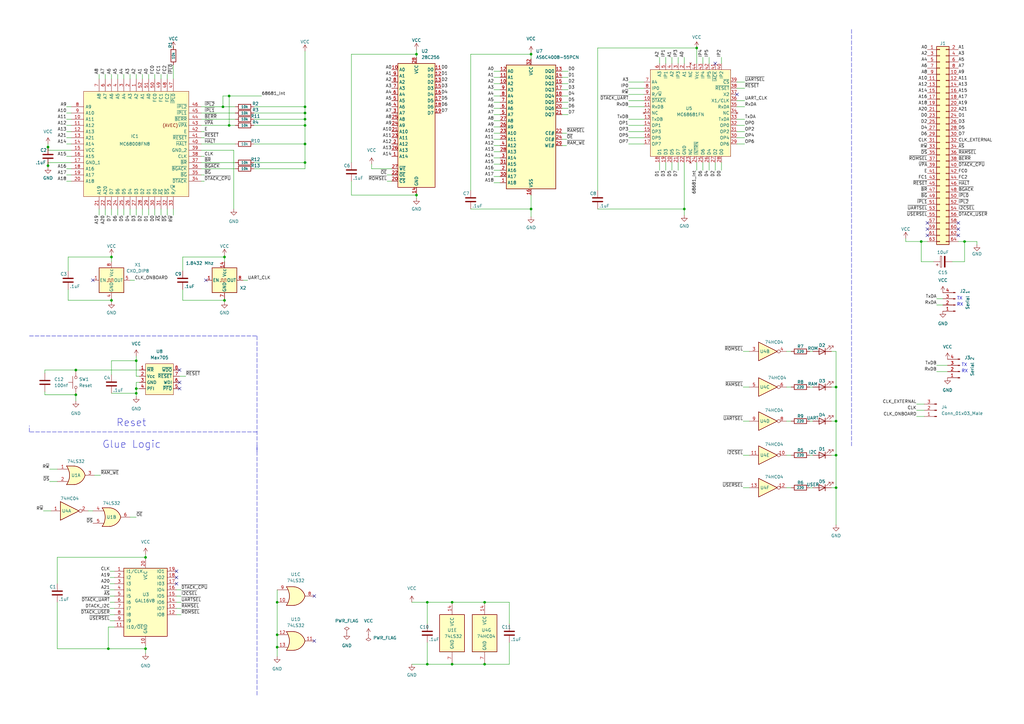
<source format=kicad_sch>
(kicad_sch (version 20211123) (generator eeschema)
  (paper "A3")
  (junction (at 125.095 66.675))
  (junction (at 125.095 59.055))
  (junction (at 92.075 105.41))
  (junction (at 170.815 22.225))
  (junction (at 55.88 161.29))
  (junction (at 217.805 22.225))
  (junction (at 93.98 39.37))
  (junction (at 342.9 200.025))
  (junction (at 125.095 48.895))
  (junction (at 31.115 161.925))
  (junction (at 198.755 272.415))
  (junction (at 55.88 147.955))
  (junction (at 377.825 99.06))
  (junction (at 113.665 260.35))
  (junction (at 91.44 43.815))
  (junction (at 113.665 247.015))
  (junction (at 217.805 85.725))
  (junction (at 185.42 272.415))
  (junction (at 175.26 247.015))
  (junction (at 31.115 151.765))
  (junction (at 55.88 159.385))
  (junction (at 125.095 43.815))
  (junction (at 93.98 51.435))
  (junction (at 19.685 67.945))
  (junction (at 342.9 158.75))
  (junction (at 170.815 80.01))
  (junction (at 342.9 186.69))
  (junction (at 395.605 99.06))
  (junction (at 92.075 123.19))
  (junction (at 125.095 51.435))
  (junction (at 45.72 105.41))
  (junction (at 198.755 247.015))
  (junction (at 175.26 272.415))
  (junction (at 45.72 123.19))
  (junction (at 285.75 19.685))
  (junction (at 280.67 85.725))
  (junction (at 342.9 172.72))
  (junction (at 19.685 60.325))
  (junction (at 59.69 228.6))
  (junction (at 44.45 266.065))
  (junction (at 185.42 247.015))
  (junction (at 113.665 265.43))
  (junction (at 125.095 46.355))
  (junction (at 59.69 266.065))
  (no_connect (at 380.365 91.44))
  (no_connect (at 128.905 262.89))
  (no_connect (at 72.39 234.315))
  (no_connect (at 72.39 236.855))
  (no_connect (at 72.39 239.395))
  (no_connect (at 128.905 244.475))
  (no_connect (at 38.1 114.935))
  (no_connect (at 302.26 38.735))
  (no_connect (at 293.37 26.035))
  (no_connect (at 73.66 159.385))
  (no_connect (at 73.66 151.765))
  (no_connect (at 393.065 91.44))
  (no_connect (at 393.065 93.98))
  (no_connect (at 393.065 96.52))
  (no_connect (at 380.365 96.52))
  (no_connect (at 380.365 93.98))
  (no_connect (at 84.455 114.935))
  (no_connect (at 73.66 156.845))
  (wire (pts (xy 92.075 123.825) (xy 92.075 123.19)))
  (wire (pts (xy 55.88 161.29) (xy 55.88 162.56)))
  (wire (pts (xy 18.415 160.655) (xy 18.415 161.925)))
  (wire (pts (xy 60.96 85.725) (xy 60.96 88.265)))
  (wire (pts (xy 302.26 41.275) (xy 305.435 41.275)))
  (wire (pts (xy 27.305 64.135) (xy 29.21 64.135)))
  (wire (pts (xy 202.565 62.23) (xy 205.105 62.23)))
  (wire (pts (xy 23.495 247.015) (xy 23.495 266.065)))
  (wire (pts (xy 395.605 99.06) (xy 400.685 99.06)))
  (wire (pts (xy 304.8 186.69) (xy 307.34 186.69)))
  (wire (pts (xy 104.14 43.815) (xy 125.095 43.815)))
  (wire (pts (xy 302.26 36.195) (xy 305.435 36.195)))
  (wire (pts (xy 18.415 151.765) (xy 18.415 153.035)))
  (wire (pts (xy 55.88 147.955) (xy 55.88 154.305)))
  (wire (pts (xy 74.93 118.745) (xy 74.93 123.19)))
  (wire (pts (xy 168.91 272.415) (xy 175.26 272.415)))
  (wire (pts (xy 27.94 111.125) (xy 27.94 105.41)))
  (wire (pts (xy 45.72 105.41) (xy 45.72 107.315)))
  (wire (pts (xy 202.565 54.61) (xy 205.105 54.61)))
  (wire (pts (xy 19.685 66.675) (xy 19.685 67.945)))
  (wire (pts (xy 302.26 59.055) (xy 305.435 59.055)))
  (wire (pts (xy 57.15 156.845) (xy 55.88 156.845)))
  (wire (pts (xy 377.825 99.06) (xy 380.365 99.06)))
  (wire (pts (xy 144.145 66.675) (xy 144.145 22.225)))
  (wire (pts (xy 55.88 159.385) (xy 57.15 159.385)))
  (wire (pts (xy 193.04 78.105) (xy 193.04 22.225)))
  (wire (pts (xy 29.21 66.675) (xy 19.685 66.675)))
  (wire (pts (xy 340.995 144.145) (xy 342.9 144.145)))
  (wire (pts (xy 104.14 46.355) (xy 125.095 46.355)))
  (wire (pts (xy 43.18 30.48) (xy 43.18 32.385)))
  (wire (pts (xy 27.305 69.215) (xy 29.21 69.215)))
  (wire (pts (xy 288.29 66.675) (xy 288.29 69.85)))
  (wire (pts (xy 393.065 99.06) (xy 395.605 99.06)))
  (wire (pts (xy 257.81 38.735) (xy 264.16 38.735)))
  (wire (pts (xy 125.095 66.675) (xy 125.095 69.215)))
  (wire (pts (xy 82.55 43.815) (xy 91.44 43.815)))
  (wire (pts (xy 72.39 247.015) (xy 74.295 247.015)))
  (wire (pts (xy 302.26 33.655) (xy 305.435 33.655)))
  (wire (pts (xy 44.45 266.065) (xy 59.69 266.065)))
  (wire (pts (xy 46.99 257.175) (xy 44.45 257.175)))
  (wire (pts (xy 20.32 192.405) (xy 23.495 192.405)))
  (polyline (pts (xy 12.065 137.795) (xy 105.41 137.795)))
  (wire (pts (xy 144.145 22.225) (xy 170.815 22.225)))
  (wire (pts (xy 304.8 144.145) (xy 307.34 144.145)))
  (wire (pts (xy 23.495 239.395) (xy 23.495 228.6)))
  (wire (pts (xy 27.94 105.41) (xy 45.72 105.41)))
  (wire (pts (xy 170.815 22.225) (xy 170.815 23.495)))
  (wire (pts (xy 304.8 158.75) (xy 307.34 158.75)))
  (wire (pts (xy 202.565 69.85) (xy 205.105 69.85)))
  (wire (pts (xy 45.085 244.475) (xy 46.99 244.475)))
  (wire (pts (xy 59.69 228.6) (xy 59.69 229.235)))
  (wire (pts (xy 50.8 85.725) (xy 50.8 88.265)))
  (wire (pts (xy 55.88 159.385) (xy 55.88 161.29)))
  (wire (pts (xy 257.81 33.655) (xy 264.16 33.655)))
  (wire (pts (xy 217.805 80.01) (xy 217.805 85.725)))
  (wire (pts (xy 158.75 71.755) (xy 160.655 71.755)))
  (wire (pts (xy 31.115 161.925) (xy 31.115 164.465)))
  (wire (pts (xy 17.78 209.55) (xy 20.955 209.55)))
  (wire (pts (xy 125.095 43.815) (xy 125.095 20.955)))
  (wire (pts (xy 29.21 61.595) (xy 19.685 61.595)))
  (wire (pts (xy 91.44 43.815) (xy 96.52 43.815)))
  (wire (pts (xy 45.72 147.955) (xy 55.88 147.955)))
  (wire (pts (xy 82.55 74.295) (xy 83.82 74.295)))
  (wire (pts (xy 55.88 85.725) (xy 55.88 88.265)))
  (wire (pts (xy 202.565 41.91) (xy 205.105 41.91)))
  (wire (pts (xy 322.58 186.69) (xy 324.485 186.69)))
  (wire (pts (xy 72.39 241.935) (xy 74.295 241.935)))
  (wire (pts (xy 202.565 46.99) (xy 205.105 46.99)))
  (wire (pts (xy 104.14 69.215) (xy 125.095 69.215)))
  (wire (pts (xy 270.51 23.495) (xy 270.51 26.035)))
  (wire (pts (xy 45.085 241.935) (xy 46.99 241.935)))
  (wire (pts (xy 95.885 85.725) (xy 95.885 61.595)))
  (wire (pts (xy 92.075 123.19) (xy 92.075 122.555)))
  (wire (pts (xy 45.72 161.29) (xy 55.88 161.29)))
  (wire (pts (xy 278.13 66.675) (xy 278.13 69.85)))
  (wire (pts (xy 31.115 151.765) (xy 18.415 151.765)))
  (wire (pts (xy 395.605 107.315) (xy 395.605 99.06)))
  (wire (pts (xy 57.15 154.305) (xy 55.88 154.305)))
  (wire (pts (xy 27.305 48.895) (xy 29.21 48.895)))
  (wire (pts (xy 144.145 74.295) (xy 144.145 80.01)))
  (wire (pts (xy 23.495 266.065) (xy 44.45 266.065)))
  (wire (pts (xy 230.505 57.15) (xy 232.41 57.15)))
  (wire (pts (xy 72.39 252.095) (xy 74.295 252.095)))
  (wire (pts (xy 20.32 197.485) (xy 23.495 197.485)))
  (wire (pts (xy 185.42 272.415) (xy 198.755 272.415)))
  (wire (pts (xy 23.495 228.6) (xy 59.69 228.6)))
  (wire (pts (xy 19.685 60.325) (xy 19.685 59.055)))
  (wire (pts (xy 293.37 66.675) (xy 293.37 69.85)))
  (wire (pts (xy 170.815 80.01) (xy 170.815 81.28)))
  (wire (pts (xy 53.34 85.725) (xy 53.34 88.265)))
  (wire (pts (xy 125.095 46.355) (xy 125.095 48.895)))
  (wire (pts (xy 93.98 39.37) (xy 93.98 51.435)))
  (wire (pts (xy 245.11 19.685) (xy 285.75 19.685)))
  (wire (pts (xy 257.81 56.515) (xy 264.16 56.515)))
  (wire (pts (xy 99.695 114.935) (xy 101.6 114.935)))
  (wire (pts (xy 202.565 74.93) (xy 205.105 74.93)))
  (wire (pts (xy 53.34 114.935) (xy 55.245 114.935)))
  (wire (pts (xy 19.685 67.945) (xy 19.685 68.58)))
  (wire (pts (xy 27.305 51.435) (xy 29.21 51.435)))
  (wire (pts (xy 384.175 152.4) (xy 388.62 152.4)))
  (wire (pts (xy 93.98 39.37) (xy 107.315 39.37)))
  (wire (pts (xy 384.175 149.86) (xy 388.62 149.86)))
  (wire (pts (xy 82.55 56.515) (xy 83.82 56.515)))
  (wire (pts (xy 230.505 41.91) (xy 233.045 41.91)))
  (wire (pts (xy 104.14 59.055) (xy 125.095 59.055)))
  (wire (pts (xy 45.72 123.19) (xy 45.72 123.825)))
  (wire (pts (xy 322.58 158.75) (xy 324.485 158.75)))
  (polyline (pts (xy 12.065 177.165) (xy 12.065 174.625)))
  (wire (pts (xy 27.305 59.055) (xy 29.21 59.055)))
  (wire (pts (xy 278.13 23.495) (xy 278.13 26.035)))
  (wire (pts (xy 113.665 260.35) (xy 113.665 265.43)))
  (wire (pts (xy 91.44 39.37) (xy 93.98 39.37)))
  (wire (pts (xy 45.085 247.015) (xy 46.99 247.015)))
  (wire (pts (xy 58.42 30.48) (xy 58.42 32.385)))
  (wire (pts (xy 257.81 59.055) (xy 264.16 59.055)))
  (wire (pts (xy 340.995 158.75) (xy 342.9 158.75)))
  (wire (pts (xy 280.67 23.495) (xy 280.67 26.035)))
  (wire (pts (xy 71.12 19.685) (xy 71.12 19.05)))
  (wire (pts (xy 152.4 69.215) (xy 152.4 67.31)))
  (wire (pts (xy 45.72 122.555) (xy 45.72 123.19)))
  (wire (pts (xy 342.9 186.69) (xy 342.9 200.025)))
  (wire (pts (xy 40.64 30.48) (xy 40.64 32.385)))
  (wire (pts (xy 302.26 56.515) (xy 305.435 56.515)))
  (wire (pts (xy 375.92 165.735) (xy 379.095 165.735)))
  (wire (pts (xy 43.18 85.725) (xy 43.18 88.265)))
  (wire (pts (xy 290.83 23.495) (xy 290.83 26.035)))
  (wire (pts (xy 332.105 200.025) (xy 333.375 200.025)))
  (wire (pts (xy 73.66 154.305) (xy 76.2 154.305)))
  (wire (pts (xy 59.69 227.33) (xy 59.69 228.6)))
  (wire (pts (xy 74.93 105.41) (xy 92.075 105.41)))
  (wire (pts (xy 58.42 85.725) (xy 58.42 88.265)))
  (wire (pts (xy 72.39 244.475) (xy 74.295 244.475)))
  (wire (pts (xy 230.505 29.21) (xy 233.045 29.21)))
  (wire (pts (xy 71.12 26.67) (xy 71.12 32.385)))
  (wire (pts (xy 48.26 85.725) (xy 48.26 88.265)))
  (wire (pts (xy 202.565 67.31) (xy 205.105 67.31)))
  (wire (pts (xy 68.58 30.48) (xy 68.58 32.385)))
  (wire (pts (xy 125.095 59.055) (xy 125.095 51.435)))
  (wire (pts (xy 74.93 123.19) (xy 92.075 123.19)))
  (wire (pts (xy 295.91 66.675) (xy 295.91 69.85)))
  (wire (pts (xy 302.26 53.975) (xy 305.435 53.975)))
  (wire (pts (xy 198.755 247.015) (xy 208.915 247.015)))
  (wire (pts (xy 230.505 31.75) (xy 233.045 31.75)))
  (wire (pts (xy 27.305 71.755) (xy 29.21 71.755)))
  (wire (pts (xy 170.815 20.32) (xy 170.815 22.225)))
  (wire (pts (xy 202.565 72.39) (xy 205.105 72.39)))
  (wire (pts (xy 342.9 172.72) (xy 342.9 186.69)))
  (wire (pts (xy 72.39 249.555) (xy 74.295 249.555)))
  (wire (pts (xy 257.81 43.815) (xy 264.16 43.815)))
  (wire (pts (xy 342.9 144.145) (xy 342.9 158.75)))
  (wire (pts (xy 322.58 200.025) (xy 324.485 200.025)))
  (wire (pts (xy 217.805 22.225) (xy 217.805 24.13)))
  (wire (pts (xy 113.665 241.935) (xy 113.665 247.015)))
  (wire (pts (xy 285.75 19.685) (xy 285.75 26.035)))
  (wire (pts (xy 202.565 36.83) (xy 205.105 36.83)))
  (polyline (pts (xy 105.41 177.165) (xy 12.065 177.165)))
  (wire (pts (xy 193.04 85.725) (xy 217.805 85.725)))
  (wire (pts (xy 202.565 44.45) (xy 205.105 44.45)))
  (wire (pts (xy 27.94 118.745) (xy 27.94 123.19)))
  (polyline (pts (xy 105.41 137.795) (xy 105.41 185.42)))
  (wire (pts (xy 175.26 263.525) (xy 175.26 272.415)))
  (wire (pts (xy 82.55 69.215) (xy 96.52 69.215)))
  (wire (pts (xy 59.69 266.065) (xy 59.69 264.795)))
  (wire (pts (xy 175.26 247.015) (xy 185.42 247.015)))
  (wire (pts (xy 198.755 272.415) (xy 208.915 272.415)))
  (wire (pts (xy 27.305 53.975) (xy 29.21 53.975)))
  (wire (pts (xy 202.565 57.15) (xy 205.105 57.15)))
  (wire (pts (xy 175.26 247.015) (xy 175.26 255.905)))
  (wire (pts (xy 125.095 48.895) (xy 125.095 51.435)))
  (wire (pts (xy 382.905 107.315) (xy 377.825 107.315)))
  (wire (pts (xy 230.505 54.61) (xy 232.41 54.61)))
  (wire (pts (xy 202.565 59.69) (xy 205.105 59.69)))
  (wire (pts (xy 45.72 153.67) (xy 45.72 147.955)))
  (wire (pts (xy 245.11 85.725) (xy 280.67 85.725)))
  (wire (pts (xy 71.12 85.725) (xy 71.12 88.265)))
  (wire (pts (xy 55.88 156.845) (xy 55.88 159.385)))
  (wire (pts (xy 19.685 61.595) (xy 19.685 60.325)))
  (polyline (pts (xy 349.25 12.065) (xy 349.25 182.88)))
  (wire (pts (xy 390.525 107.315) (xy 395.605 107.315)))
  (wire (pts (xy 63.5 85.725) (xy 63.5 88.265)))
  (wire (pts (xy 45.085 249.555) (xy 46.99 249.555)))
  (wire (pts (xy 202.565 31.75) (xy 205.105 31.75)))
  (wire (pts (xy 38.735 194.945) (xy 41.275 194.945)))
  (wire (pts (xy 217.805 21.59) (xy 217.805 22.225)))
  (wire (pts (xy 82.55 48.895) (xy 96.52 48.895)))
  (wire (pts (xy 92.075 105.41) (xy 92.075 107.315)))
  (wire (pts (xy 257.81 36.195) (xy 264.16 36.195)))
  (wire (pts (xy 202.565 39.37) (xy 205.105 39.37)))
  (wire (pts (xy 302.26 43.815) (xy 305.435 43.815)))
  (wire (pts (xy 60.96 30.48) (xy 60.96 32.385)))
  (wire (pts (xy 322.58 144.145) (xy 324.485 144.145)))
  (wire (pts (xy 280.67 85.725) (xy 280.67 88.265)))
  (wire (pts (xy 53.34 30.48) (xy 53.34 32.385)))
  (wire (pts (xy 270.51 66.675) (xy 270.51 69.85)))
  (wire (pts (xy 257.81 51.435) (xy 264.16 51.435)))
  (wire (pts (xy 27.305 74.295) (xy 29.21 74.295)))
  (wire (pts (xy 322.58 172.72) (xy 324.485 172.72)))
  (polyline (pts (xy 105.41 182.88) (xy 105.41 285.115)))
  (wire (pts (xy 288.29 23.495) (xy 288.29 26.035)))
  (wire (pts (xy 113.665 265.43) (xy 113.665 269.24)))
  (wire (pts (xy 290.83 66.675) (xy 290.83 69.85)))
  (wire (pts (xy 202.565 29.21) (xy 205.105 29.21)))
  (wire (pts (xy 280.67 66.675) (xy 280.67 85.725)))
  (wire (pts (xy 342.9 200.025) (xy 342.9 215.265)))
  (wire (pts (xy 144.145 80.01) (xy 170.815 80.01)))
  (wire (pts (xy 82.55 51.435) (xy 93.98 51.435)))
  (wire (pts (xy 208.915 263.525) (xy 208.915 272.415)))
  (wire (pts (xy 45.085 236.855) (xy 46.99 236.855)))
  (wire (pts (xy 44.45 257.175) (xy 44.45 266.065)))
  (wire (pts (xy 45.085 252.095) (xy 46.99 252.095)))
  (wire (pts (xy 302.26 51.435) (xy 305.435 51.435)))
  (wire (pts (xy 45.72 85.725) (xy 45.72 88.265)))
  (wire (pts (xy 82.55 66.675) (xy 96.52 66.675)))
  (wire (pts (xy 82.55 64.135) (xy 83.82 64.135)))
  (wire (pts (xy 304.8 172.72) (xy 307.34 172.72)))
  (wire (pts (xy 66.04 30.48) (xy 66.04 32.385)))
  (wire (pts (xy 74.93 111.125) (xy 74.93 105.41)))
  (wire (pts (xy 45.085 234.315) (xy 46.99 234.315)))
  (wire (pts (xy 371.475 99.06) (xy 377.825 99.06)))
  (wire (pts (xy 45.085 254.635) (xy 46.99 254.635)))
  (wire (pts (xy 27.305 56.515) (xy 29.21 56.515)))
  (wire (pts (xy 168.91 247.015) (xy 175.26 247.015)))
  (wire (pts (xy 55.88 146.05) (xy 55.88 147.955)))
  (wire (pts (xy 384.175 122.555) (xy 386.715 122.555)))
  (wire (pts (xy 217.805 85.725) (xy 217.805 88.9)))
  (wire (pts (xy 68.58 85.725) (xy 68.58 88.265)))
  (wire (pts (xy 332.105 158.75) (xy 333.375 158.75)))
  (wire (pts (xy 371.475 99.06) (xy 371.475 97.79)))
  (wire (pts (xy 59.69 266.065) (xy 59.69 267.97)))
  (wire (pts (xy 377.825 107.315) (xy 377.825 99.06)))
  (wire (pts (xy 340.995 172.72) (xy 342.9 172.72)))
  (wire (pts (xy 332.105 172.72) (xy 333.375 172.72)))
  (wire (pts (xy 340.995 200.025) (xy 342.9 200.025)))
  (wire (pts (xy 202.565 34.29) (xy 205.105 34.29)))
  (wire (pts (xy 36.195 209.55) (xy 38.1 209.55)))
  (wire (pts (xy 170.815 79.375) (xy 170.815 80.01)))
  (wire (pts (xy 125.095 59.055) (xy 125.095 66.675)))
  (wire (pts (xy 40.64 85.725) (xy 40.64 88.265)))
  (wire (pts (xy 257.81 53.975) (xy 264.16 53.975)))
  (wire (pts (xy 230.505 36.83) (xy 233.045 36.83)))
  (wire (pts (xy 340.995 186.69) (xy 342.9 186.69)))
  (wire (pts (xy 273.05 23.495) (xy 273.05 26.035)))
  (wire (pts (xy 230.505 59.69) (xy 232.41 59.69)))
  (wire (pts (xy 342.9 158.75) (xy 342.9 172.72)))
  (wire (pts (xy 202.565 49.53) (xy 205.105 49.53)))
  (wire (pts (xy 230.505 46.99) (xy 233.045 46.99)))
  (wire (pts (xy 113.665 247.015) (xy 113.665 260.35)))
  (wire (pts (xy 160.655 69.215) (xy 152.4 69.215)))
  (wire (pts (xy 93.98 51.435) (xy 96.52 51.435)))
  (wire (pts (xy 208.915 255.905) (xy 208.915 247.015)))
  (wire (pts (xy 82.55 61.595) (xy 95.885 61.595)))
  (wire (pts (xy 193.04 22.225) (xy 217.805 22.225)))
  (wire (pts (xy 295.91 23.495) (xy 295.91 26.035)))
  (wire (pts (xy 92.075 104.775) (xy 92.075 105.41)))
  (wire (pts (xy 48.26 30.48) (xy 48.26 32.385)))
  (wire (pts (xy 91.44 43.815) (xy 91.44 39.37)))
  (wire (pts (xy 82.55 71.755) (xy 83.82 71.755)))
  (wire (pts (xy 50.8 30.48) (xy 50.8 32.385)))
  (wire (pts (xy 104.14 66.675) (xy 125.095 66.675)))
  (wire (pts (xy 332.105 144.145) (xy 333.375 144.145)))
  (wire (pts (xy 175.26 272.415) (xy 185.42 272.415)))
  (wire (pts (xy 375.92 168.275) (xy 379.095 168.275)))
  (wire (pts (xy 230.505 39.37) (xy 233.045 39.37)))
  (wire (pts (xy 275.59 66.675) (xy 275.59 69.85)))
  (wire (pts (xy 230.505 44.45) (xy 233.045 44.45)))
  (wire (pts (xy 375.92 170.815) (xy 379.095 170.815)))
  (wire (pts (xy 285.75 66.675) (xy 285.75 69.85)))
  (wire (pts (xy 27.305 46.355) (xy 29.21 46.355)))
  (wire (pts (xy 185.42 247.015) (xy 198.755 247.015)))
  (wire (pts (xy 332.105 186.69) (xy 333.375 186.69)))
  (wire (pts (xy 82.55 53.975) (xy 83.82 53.975)))
  (wire (pts (xy 230.505 34.29) (xy 233.045 34.29)))
  (wire (pts (xy 63.5 30.48) (xy 63.5 32.385)))
  (wire (pts (xy 31.115 151.765) (xy 57.15 151.765)))
  (wire (pts (xy 53.34 212.09) (xy 55.88 212.09)))
  (wire (pts (xy 104.14 51.435) (xy 125.095 51.435)))
  (wire (pts (xy 45.085 239.395) (xy 46.99 239.395)))
  (wire (pts (xy 257.81 41.275) (xy 264.16 41.275)))
  (wire (pts (xy 104.14 48.895) (xy 125.095 48.895)))
  (wire (pts (xy 202.565 64.77) (xy 205.105 64.77)))
  (wire (pts (xy 245.11 78.105) (xy 245.11 19.685)))
  (wire (pts (xy 18.415 161.925) (xy 31.115 161.925)))
  (wire (pts (xy 45.72 30.48) (xy 45.72 32.385)))
  (wire (pts (xy 45.72 104.775) (xy 45.72 105.41)))
  (wire (pts (xy 125.095 46.355) (xy 125.095 43.815)))
  (wire (pts (xy 400.685 99.06) (xy 400.685 100.33)))
  (wire (pts (xy 55.88 30.48) (xy 55.88 32.385)))
  (wire (pts (xy 273.05 66.675) (xy 273.05 69.85)))
  (wire (pts (xy 82.55 46.355) (xy 96.52 46.355)))
  (wire (pts (xy 257.81 48.895) (xy 264.16 48.895)))
  (wire (pts (xy 302.26 48.895) (xy 305.435 48.895)))
  (wire (pts (xy 275.59 23.495) (xy 275.59 26.035)))
  (wire (pts (xy 27.94 123.19) (xy 45.72 123.19)))
  (wire (pts (xy 27.305 43.815) (xy 29.21 43.815)))
  (wire (pts (xy 82.55 59.055) (xy 96.52 59.055)))
  (wire (pts (xy 304.8 200.025) (xy 307.34 200.025)))
  (wire (pts (xy 66.04 85.725) (xy 66.04 88.265)))
  (wire (pts (xy 384.175 125.095) (xy 386.715 125.095)))
  (wire (pts (xy 158.75 74.295) (xy 160.655 74.295)))
  (wire (pts (xy 202.565 52.07) (xy 205.105 52.07)))
  (text "TX" (at 392.43 123.19 0) (effects (font (size 1.27 1.27)) (justify left bottom)))
  (text "RX" (at 394.335 153.035 0) (effects (font (size 1.27 1.27)) (justify left bottom)))
  (text "RX" (at 392.43 125.73 0) (effects (font (size 1.27 1.27)) (justify left bottom)))
  (text "Glue Logic" (at 41.91 184.15 0) (effects (font (size 3 3)) (justify left bottom)))
  (text "Reset" (at 47.625 175.26 0) (effects (font (size 3 3)) (justify left bottom)))
  (text "TX" (at 394.335 150.495 0) (effects (font (size 1.27 1.27)) (justify left bottom)))
  (label "A0" (at 60.96 30.48 90))
  (label "CLK" (at 380.365 58.42 180))
  (label "DTACK_I2C" (at 45.085 249.555 180))
  (label "D3" (at 55.88 88.265 270))
  (label "~{AS}" (at 45.085 244.475 180))
  (label "D6" (at 288.29 69.85 270))
  (label "A5" (at 202.565 41.91 180))
  (label "D3" (at 393.065 50.8 0))
  (label "~{RESET}" (at 380.365 76.2 180))
  (label "~{ROMSEL}" (at 380.365 66.04 180))
  (label "A13" (at 27.305 53.975 180))
  (label "~{DS}" (at 20.32 197.485 180))
  (label "FC2" (at 68.58 30.48 90))
  (label "~{I2CSEL}" (at 74.295 244.475 0))
  (label "~{DTACK_UART}" (at 257.81 41.275 180))
  (label "D6" (at 180.975 43.815 0))
  (label "~{IPL1}" (at 83.82 46.355 0))
  (label "CLK_EXTERNAL" (at 375.92 165.735 180))
  (label "D7" (at 233.045 46.99 0))
  (label "A12" (at 27.305 51.435 180))
  (label "~{ROMSEL}" (at 304.8 144.145 180))
  (label "OP5" (at 257.81 56.515 180))
  (label "D1" (at 180.975 31.115 0))
  (label "~{RAMSEL}" (at 393.065 63.5 0))
  (label "R~{W}" (at 17.78 209.55 180))
  (label "A0" (at 202.565 29.21 180))
  (label "CLK" (at 375.92 168.275 180))
  (label "IP1" (at 273.05 23.495 90))
  (label "TxDB" (at 257.81 48.895 180))
  (label "~{RAMSEL}" (at 304.8 158.75 180))
  (label "D6" (at 233.045 44.45 0))
  (label "A17" (at 202.565 72.39 180))
  (label "CLK" (at 45.085 234.315 180))
  (label "A6" (at 45.72 30.48 90))
  (label "A10" (at 160.655 53.975 180))
  (label "~{DTACK_CPU}" (at 83.82 74.295 0))
  (label "IP2" (at 295.91 23.495 90))
  (label "A17" (at 393.065 40.64 0))
  (label "FC0" (at 393.065 71.12 0))
  (label "A11" (at 202.565 57.15 180))
  (label "FC2" (at 393.065 73.66 0))
  (label "A3" (at 160.655 36.195 180))
  (label "OP0" (at 305.435 51.435 0))
  (label "A2" (at 55.88 30.48 90))
  (label "A15" (at 27.305 64.135 180))
  (label "~{UARTSEL}" (at 305.435 33.655 0))
  (label "RxDA" (at 384.175 125.095 180))
  (label "A3" (at 202.565 36.83 180))
  (label "68681_Int" (at 107.315 39.37 0))
  (label "D1" (at 393.065 48.26 0))
  (label "A6" (at 202.565 44.45 180))
  (label "IP5" (at 290.83 23.495 90))
  (label "A15" (at 393.065 38.1 0))
  (label "A1" (at 393.065 20.32 0))
  (label "~{USERSEL}" (at 304.8 200.025 180))
  (label "D1" (at 270.51 69.85 270))
  (label "A20" (at 43.18 88.265 270))
  (label "A20" (at 380.365 45.72 180))
  (label "A1" (at 160.655 31.115 180))
  (label "~{DS}" (at 38.1 214.63 180))
  (label "A21" (at 27.305 56.515 180))
  (label "FC0" (at 63.5 30.48 90))
  (label "~{IPL1}" (at 380.365 83.82 180))
  (label "~{RESET}" (at 83.82 56.515 0))
  (label "A12" (at 380.365 35.56 180))
  (label "A16" (at 380.365 40.64 180))
  (label "~{USERSEL}" (at 380.365 88.9 180))
  (label "A10" (at 27.305 46.355 180))
  (label "A6" (at 160.655 43.815 180))
  (label "D0" (at 233.045 29.21 0))
  (label "D3" (at 233.045 36.83 0))
  (label "D5" (at 275.59 69.85 270))
  (label "~{HALT}" (at 393.065 76.2 0))
  (label "A17" (at 27.305 71.755 180))
  (label "OP1" (at 257.81 51.435 180))
  (label "D2" (at 293.37 69.85 270))
  (label "D5" (at 50.8 88.265 270))
  (label "~{IPL2}" (at 83.82 43.815 0))
  (label "A11" (at 27.305 48.895 180))
  (label "A3" (at 257.81 33.655 180))
  (label "D5" (at 180.975 41.275 0))
  (label "~{UARTSEL}" (at 74.295 247.015 0))
  (label "~{DTACK_CPU}" (at 393.065 68.58 0))
  (label "D4" (at 380.365 53.34 180))
  (label "OP3" (at 257.81 53.975 180))
  (label "A4" (at 380.365 25.4 180))
  (label "A19" (at 45.085 236.855 180))
  (label "A8" (at 380.365 30.48 180))
  (label "A6" (at 380.365 27.94 180))
  (label "~{BR}" (at 380.365 78.74 180))
  (label "~{DTACK_CPU}" (at 74.295 241.935 0))
  (label "A10" (at 380.365 33.02 180))
  (label "~{BG}" (at 380.365 81.28 180))
  (label "D4" (at 180.975 38.735 0))
  (label "~{BERR}" (at 83.82 48.895 0))
  (label "D2" (at 233.045 34.29 0))
  (label "~{DTACK_USER}" (at 45.085 252.095 180))
  (label "A2" (at 380.365 22.86 180))
  (label "CLK_EXTERNAL" (at 393.065 58.42 0))
  (label "A7" (at 160.655 46.355 180))
  (label "~{UARTSEL}" (at 304.8 172.72 180))
  (label "D7" (at 45.72 88.265 270))
  (label "A8" (at 40.64 30.48 90))
  (label "~{AS}" (at 66.04 88.265 270))
  (label "OP7" (at 257.81 59.055 180))
  (label "A16" (at 27.305 69.215 180))
  (label "A20" (at 45.085 239.395 180))
  (label "D2" (at 380.365 50.8 180))
  (label "~{I2CSEL}" (at 393.065 86.36 0))
  (label "~{RESET}" (at 305.435 36.195 0))
  (label "~{BERR}" (at 393.065 66.04 0))
  (label "A5" (at 393.065 25.4 0))
  (label "~{BG}" (at 83.82 71.755 0))
  (label "A21" (at 45.085 241.935 180))
  (label "A4" (at 160.655 38.735 180))
  (label "RxDB" (at 384.175 152.4 180))
  (label "A9" (at 27.305 43.815 180))
  (label "A13" (at 160.655 61.595 180))
  (label "A5" (at 160.655 41.275 180))
  (label "D3" (at 273.05 69.85 270))
  (label "D0" (at 380.365 48.26 180))
  (label "A8" (at 202.565 49.53 180))
  (label "~{OE}" (at 158.75 71.755 180))
  (label "~{BGACK}" (at 393.065 78.74 0))
  (label "A4" (at 202.565 39.37 180))
  (label "UART_CLK" (at 101.6 114.935 0))
  (label "D1" (at 60.96 88.265 270))
  (label "TxDB" (at 384.175 149.86 180))
  (label "~{HALT}" (at 83.82 59.055 0))
  (label "A7" (at 393.065 27.94 0))
  (label "~{UARTSEL}" (at 380.365 86.36 180))
  (label "CLK_ONBOARD" (at 375.92 170.815 180))
  (label "IP4" (at 288.29 23.495 90))
  (label "A12" (at 160.655 59.055 180))
  (label "A9" (at 202.565 52.07 180))
  (label "~{DTACK_USER}" (at 393.065 88.9 0))
  (label "A3" (at 393.065 22.86 0))
  (label "TxDA" (at 384.175 122.555 180))
  (label "RxDA" (at 305.435 43.815 0))
  (label "OP6" (at 305.435 59.055 0))
  (label "D3" (at 180.975 36.195 0))
  (label "A14" (at 160.655 64.135 180))
  (label "~{ROMSEL}" (at 158.75 74.295 180))
  (label "D1" (at 233.045 31.75 0))
  (label "CLK" (at 83.82 64.135 0))
  (label "TxDA" (at 305.435 48.895 0))
  (label "A4" (at 50.8 30.48 90))
  (label "A18" (at 27.305 74.295 180))
  (label "D4" (at 290.83 69.85 270))
  (label "~{VPA}" (at 380.365 68.58 180))
  (label "A0" (at 280.67 23.495 90))
  (label "68681_Int" (at 285.75 69.85 270))
  (label "~{USERSEL}" (at 45.085 254.635 180))
  (label "OP4" (at 305.435 56.515 0))
  (label "D5" (at 393.065 53.34 0))
  (label "A3" (at 53.34 30.48 90))
  (label "~{DTACK_UART}" (at 45.085 247.015 180))
  (label "~{BR}" (at 83.82 66.675 0))
  (label "~{ROMSEL}" (at 74.295 252.095 0))
  (label "A19" (at 393.065 43.18 0))
  (label "A18" (at 380.365 43.18 180))
  (label "~{IPL2}" (at 393.065 83.82 0))
  (label "D6" (at 380.365 55.88 180))
  (label "R~{W}" (at 20.32 192.405 180))
  (label "A9" (at 160.655 51.435 180))
  (label "~{BGACK}" (at 83.82 69.215 0))
  (label "~{VPA}" (at 83.82 51.435 0))
  (label "D0" (at 180.975 28.575 0))
  (label "~{OE}" (at 232.41 57.15 0))
  (label "~{RAM_WE}" (at 41.275 194.945 0))
  (label "A2" (at 202.565 34.29 180))
  (label "A21" (at 393.065 45.72 0))
  (label "A14" (at 380.365 38.1 180))
  (label "A8" (at 160.655 48.895 180))
  (label "~{AS}" (at 393.065 60.96 0))
  (label "CLK_ONBOARD" (at 55.245 114.935 0))
  (label "A5" (at 48.26 30.48 90))
  (label "FC1" (at 66.04 30.48 90))
  (label "A14" (at 27.305 59.055 180))
  (label "A11" (at 160.655 56.515 180))
  (label "A0" (at 160.655 28.575 180))
  (label "A11" (at 393.065 33.02 0))
  (label "RxDB" (at 257.81 43.815 180))
  (label "~{IPL0}" (at 393.065 81.28 0))
  (label "A13" (at 393.065 35.56 0))
  (label "A15" (at 202.565 67.31 180))
  (label "~{OE}" (at 55.88 212.09 0))
  (label "~{IPL0}" (at 71.12 30.48 90))
  (label "~{RAMSEL}" (at 74.295 249.555 0))
  (label "~{RAMSEL}" (at 232.41 54.61 0))
  (label "~{DS}" (at 380.365 63.5 180))
  (label "A1" (at 275.59 23.495 90))
  (label "D4" (at 233.045 39.37 0))
  (label "A13" (at 202.565 62.23 180))
  (label "D2" (at 180.975 33.655 0))
  (label "R~{W}" (at 380.365 60.96 180))
  (label "D7" (at 180.975 46.355 0))
  (label "R~{W}" (at 257.81 38.735 180))
  (label "UART_CLK" (at 305.435 41.275 0))
  (label "D0" (at 295.91 69.85 270))
  (label "A14" (at 202.565 64.77 180))
  (label "A0" (at 380.365 20.32 180))
  (label "A12" (at 202.565 59.69 180))
  (label "A16" (at 202.565 69.85 180))
  (label "A2" (at 160.655 33.655 180))
  (label "IP0" (at 257.81 36.195 180))
  (label "D2" (at 58.42 88.265 270))
  (label "A1" (at 202.565 31.75 180))
  (label "A18" (at 202.565 74.93 180))
  (label "A1" (at 58.42 30.48 90))
  (label "A10" (at 202.565 54.61 180))
  (label "IP3" (at 278.13 23.495 90))
  (label "A7" (at 202.565 46.99 180))
  (label "D5" (at 233.045 41.91 0))
  (label "~{RAM_WE}" (at 232.41 59.69 0))
  (label "D7" (at 393.065 55.88 0))
  (label "D0" (at 63.5 88.265 270))
  (label "A19" (at 40.64 88.265 270))
  (label "~{RESET}" (at 76.2 154.305 0))
  (label "OP2" (at 305.435 53.975 0))
  (label "FC1" (at 380.365 73.66 180))
  (label "D7" (at 278.13 69.85 270))
  (label "R~{W}" (at 71.12 88.265 270))
  (label "D6" (at 48.26 88.265 270))
  (label "A9" (at 393.065 30.48 0))
  (label "~{DS}" (at 68.58 88.265 270))
  (label "E" (at 83.82 53.975 0))
  (label "~{I2CSEL}" (at 304.8 186.69 180))
  (label "A7" (at 43.18 30.48 90))
  (label "E" (at 380.365 71.12 180))
  (label "D4" (at 53.34 88.265 270))
  (label "A2" (at 270.51 23.495 90))
  (symbol (lib_id "power:GND") (at 342.9 215.265 0) (unit 1)
    (property "Reference" "#PWR042" (effects hide))
    (property "Value" "GND" (at 342.9 219.71 0))
  )
  (symbol (lib_id "power:VCC") (at 19.685 59.055 0) (unit 1)
    (property "Reference" "#PWR02" (effects hide))
    (property "Value" "VCC" (at 19.685 53.975 0))
  )
  (symbol (lib_id "Device:LED") (at 337.185 144.145 180) (unit 1)
    (property "Reference" "D2" (at 337.185 141.605 0))
    (property "Value" "ROM" (at 333.375 142.875 0))
    (property "Footprint" "LED_SMD:LED_1206_3216Metric" (effects hide))
  )
  (symbol (lib_id "power:PWR_FLAG") (at 142.24 259.715 0) (unit 1)
    (property "Reference" "#FLG01" (effects hide))
    (property "Value" "PWR_FLAG" (at 142.24 254.635 0))
  )
  (symbol (lib_id "Switch:SW_Push") (at 31.115 156.845 90) (unit 1)
    (property "Reference" "SW1" (at 32.385 155.5749 90) (effects (justify right)))
    (property "Value" "Reset" (at 32.385 158.1149 90) (effects (justify right)))
    (property "Footprint" "Button_Switch_THT:SW_PUSH_6mm" (effects hide))
  )
  (symbol (lib_id "Device:C") (at 74.93 114.935 0) (unit 1)
    (property "Reference" "C9" (at 71.755 112.395 0) (effects (justify left)))
    (property "Value" ".1uF" (at 75.565 117.475 0) (effects (justify left)))
    (property "Footprint" "Capacitor_SMD:C_0603_1608Metric" (effects hide))
  )
  (symbol (lib_id "Device:R") (at 328.295 200.025 90) (unit 1)
    (property "Reference" "R6" (at 328.295 197.993 90))
    (property "Value" "220" (at 328.295 200.025 90) (effects (font (size 1 1))))
    (property "Footprint" "Resistor_SMD:R_0603_1608Metric" (effects hide))
  )
  (symbol (lib_id "power:VCC") (at 125.095 20.955 0) (unit 1)
    (property "Reference" "#PWR043" (effects hide))
    (property "Value" "VCC" (at 125.095 17.145 0))
  )
  (symbol (lib_id "power:VCC") (at 151.13 260.35 0) (unit 1)
    (property "Reference" "#PWR04" (effects hide))
    (property "Value" "VCC" (at 151.13 254.635 0))
  )
  (symbol (lib_id "Device:R") (at 100.33 46.355 270) (unit 1)
    (property "Reference" "R3" (at 104.775 45.085 90))
    (property "Value" "10k" (at 100.33 46.355 90) (effects (font (size 1 1))))
    (property "Footprint" "Resistor_SMD:R_0603_1608Metric" (effects hide))
  )
  (symbol (lib_id "Oscillator:CXO_DIP14") (at 92.075 114.935 0) (unit 1)
    (property "Reference" "X2" (at 99.695 118.11 0))
    (property "Value" "1.8432 Mhz" (at 81.915 107.95 0))
    (property "Footprint" "Oscillator:Oscillator_DIP-14" (effects hide))
    (property "Datasheet" "http://cdn-reichelt.de/documents/datenblatt/B400/OSZI.pdf" (effects hide))
  )
  (symbol (lib_id "Device:R") (at 100.33 66.675 270) (unit 1)
    (property "Reference" "R12" (at 104.775 65.405 90))
    (property "Value" "10k" (at 100.33 66.675 90) (effects (font (size 1 1))))
    (property "Footprint" "Resistor_SMD:R_0603_1608Metric" (effects hide))
  )
  (symbol (lib_id "Device:LED") (at 337.185 158.75 180) (unit 1)
    (property "Reference" "D3" (at 337.185 156.21 0))
    (property "Value" "RAM" (at 333.375 157.48 0))
    (property "Footprint" "LED_SMD:LED_1206_3216Metric" (effects hide))
  )
  (symbol (lib_id "Connector:Conn_01x04_Male") (at 393.7 152.4 180) (unit 1)
    (property "Reference" "J3" (at 395.605 146.685 0) (effects (justify right)))
    (property "Value" "Serial 2" (at 398.78 154.305 90) (effects (justify right)))
    (property "Footprint" "Connector_PinHeader_2.54mm:PinHeader_1x04_P2.54mm_Vertical" (effects hide))
  )
  (symbol (lib_id "Device:R") (at 100.33 48.895 270) (unit 1)
    (property "Reference" "R11" (at 104.775 47.625 90))
    (property "Value" "10k" (at 100.33 48.895 90) (effects (font (size 1 1))))
    (property "Footprint" "Resistor_SMD:R_0603_1608Metric" (effects hide))
  )
  (symbol (lib_id "Memory_RAM:AS6C4008-55PCN") (at 217.805 52.07 0) (unit 1)
    (property "Reference" "U7" (at 219.8244 20.955 0) (effects (justify left)))
    (property "Value" "AS6C4008-55PCN" (at 219.8244 23.495 0) (effects (justify left)))
    (property "Footprint" "Package_SO:SSOP-32_11.305x20.495mm_P1.27mm" (effects hide))
    (property "Datasheet" "https://www.alliancememory.com/wp-content/uploads/pdf/AS6C4008.pdf" (effects hide))
  )
  (symbol (lib_id "power:VCC") (at 388.62 147.32 0) (unit 1)
    (property "Reference" "#PWR019" (effects hide))
    (property "Value" "VCC" (at 388.62 142.24 0))
  )
  (symbol (lib_id "74xx:74HC04") (at 314.96 200.025 0) (unit 6)
    (property "Reference" "U4" (at 313.69 200.025 0))
    (property "Value" "74HC04" (at 317.5 195.58 0))
    (property "Footprint" "Package_SO:SOIC-14_3.9x8.7mm_P1.27mm" (effects hide))
    (property "Datasheet" "https://assets.nexperia.com/documents/data-sheet/74HC_HCT04.pdf" (effects hide))
  )
  (symbol (lib_id "Logic_Programmable:GAL16V8") (at 59.69 247.015 0) (unit 1)
    (property "Reference" "U3" (at 58.42 243.84 0) (effects (justify left)))
    (property "Value" "GAL16V8" (at 55.245 246.38 0) (effects (justify left)))
    (property "Footprint" "Package_DIP:DIP-20_W7.62mm_Socket_LongPads" (effects hide))
  )
  (symbol (lib_id "power:VCC") (at 170.815 20.32 0) (unit 1)
    (property "Reference" "#PWR015" (effects hide))
    (property "Value" "VCC" (at 170.815 16.51 0))
  )
  (symbol (lib_id "Device:C") (at 208.915 259.715 0) (unit 1)
    (property "Reference" "C11" (at 205.74 257.175 0) (effects (justify left)))
    (property "Value" ".1uF" (at 209.55 262.255 0) (effects (justify left)))
    (property "Footprint" "Capacitor_SMD:C_0603_1608Metric" (effects hide))
  )
  (symbol (lib_id "Device:C") (at 175.26 259.715 0) (unit 1)
    (property "Reference" "C10" (at 172.085 257.175 0) (effects (justify left)))
    (property "Value" ".1uF" (at 175.895 262.255 0) (effects (justify left)))
    (property "Footprint" "Capacitor_SMD:C_0603_1608Metric" (effects hide))
  )
  (symbol (lib_id "mc68k:CXO_DIP8") (at 45.72 114.935 0) (unit 1)
    (property "Reference" "X1" (at 56.515 108.585 0))
    (property "Value" "CXO_DIP8" (at 56.515 111.125 0))
    (property "Footprint" "Oscillator:Oscillator_DIP-8" (effects hide))
    (property "Datasheet" "http://cdn-reichelt.de/documents/datenblatt/B400/OSZI.pdf" (effects hide))
  )
  (symbol (lib_id "Device:LED") (at 337.185 172.72 180) (unit 1)
    (property "Reference" "D4" (at 337.185 170.18 0))
    (property "Value" "UART" (at 333.375 171.45 0))
    (property "Footprint" "LED_SMD:LED_1206_3216Metric" (effects hide))
  )
  (symbol (lib_id "Device:C") (at 144.145 70.485 0) (unit 1)
    (property "Reference" "C6" (at 140.97 67.945 0) (effects (justify left)))
    (property "Value" ".1uF" (at 144.78 73.025 0) (effects (justify left)))
    (property "Footprint" "Capacitor_SMD:C_0603_1608Metric" (effects hide))
  )
  (symbol (lib_id "Device:R") (at 100.33 69.215 270) (unit 1)
    (property "Reference" "R13" (at 104.775 67.945 90))
    (property "Value" "10k" (at 100.33 69.215 90) (effects (font (size 1 1))))
    (property "Footprint" "Resistor_SMD:R_0603_1608Metric" (effects hide))
  )
  (symbol (lib_id "74xx:74HC04") (at 314.96 158.75 0) (unit 3)
    (property "Reference" "U4" (at 313.69 158.75 0))
    (property "Value" "74HC04" (at 318.77 154.94 0))
    (property "Footprint" "Package_SO:SOIC-14_3.9x8.7mm_P1.27mm" (effects hide))
    (property "Datasheet" "https://assets.nexperia.com/documents/data-sheet/74HC_HCT04.pdf" (effects hide))
  )
  (symbol (lib_id "power:GND") (at 92.075 123.825 0) (unit 1)
    (property "Reference" "#PWR029" (effects hide))
    (property "Value" "GND" (at 92.075 128.27 0))
  )
  (symbol (lib_id "power:GND") (at 386.715 127.635 0) (unit 1)
    (property "Reference" "#PWR034" (effects hide))
    (property "Value" "GND" (at 386.715 132.715 0))
  )
  (symbol (lib_id "74xx:74HC04") (at 314.96 172.72 0) (unit 4)
    (property "Reference" "U4" (at 313.69 172.72 0))
    (property "Value" "74HC04" (at 317.5 168.275 0))
    (property "Footprint" "Package_SO:SOIC-14_3.9x8.7mm_P1.27mm" (effects hide))
    (property "Datasheet" "https://assets.nexperia.com/documents/data-sheet/74HC_HCT04.pdf" (effects hide))
  )
  (symbol (lib_id "Device:C") (at 193.04 81.915 0) (unit 1)
    (property "Reference" "C7" (at 189.865 79.375 0) (effects (justify left)))
    (property "Value" ".1uF" (at 193.675 84.455 0) (effects (justify left)))
    (property "Footprint" "Capacitor_SMD:C_0603_1608Metric" (effects hide))
  )
  (symbol (lib_id "power:GND") (at 170.815 81.28 0) (unit 1)
    (property "Reference" "#PWR018" (effects hide))
    (property "Value" "GND" (at 170.815 85.725 0))
  )
  (symbol (lib_id "Connector:Conn_01x03_Male") (at 384.175 168.275 180) (unit 1)
    (property "Reference" "J4" (at 386.08 167.0049 0) (effects (justify right)))
    (property "Value" "Conn_01x03_Male" (at 386.08 169.5449 0) (effects (justify right)))
    (property "Footprint" "Connector_PinHeader_2.54mm:PinHeader_1x03_P2.54mm_Vertical" (effects hide))
  )
  (symbol (lib_id "Device:R") (at 100.33 59.055 270) (unit 1)
    (property "Reference" "R10" (at 104.775 57.785 90))
    (property "Value" "10k" (at 100.33 59.055 90) (effects (font (size 1 1))))
    (property "Footprint" "Resistor_SMD:R_0603_1608Metric" (effects hide))
  )
  (symbol (lib_id "74xx:74LS32") (at 121.285 244.475 0) (unit 3)
    (property "Reference" "U1" (at 121.285 235.585 0))
    (property "Value" "74LS32" (at 121.285 238.125 0))
    (property "Footprint" "Package_SO:SOIC-14_3.9x8.7mm_P1.27mm" (effects hide))
    (property "Datasheet" "http://www.ti.com/lit/gpn/sn74LS32" (effects hide))
  )
  (symbol (lib_id "Device:C") (at 18.415 156.845 0) (unit 1)
    (property "Reference" "C12" (at 22.225 155.5749 0) (effects (justify left)))
    (property "Value" "100nf" (at 22.225 158.1149 0) (effects (justify left)))
    (property "Footprint" "Capacitor_SMD:C_0603_1608Metric" (effects hide))
  )
  (symbol (lib_id "power:GND") (at 113.665 269.24 0) (unit 1)
    (property "Reference" "#PWR024" (effects hide))
    (property "Value" "GND" (at 113.665 274.32 0))
  )
  (symbol (lib_id "74xx:74LS32") (at 121.285 262.89 0) (unit 4)
    (property "Reference" "U1" (at 121.285 254 0))
    (property "Value" "74LS32" (at 121.285 256.54 0))
    (property "Footprint" "Package_SO:SOIC-14_3.9x8.7mm_P1.27mm" (effects hide))
    (property "Datasheet" "http://www.ti.com/lit/gpn/sn74LS32" (effects hide))
  )
  (symbol (lib_id "Device:C_Polarized") (at 386.715 107.315 90) (unit 1)
    (property "Reference" "C15" (at 386.715 111.76 90))
    (property "Value" "10uF" (at 386.715 103.505 90))
    (property "Footprint" "Capacitor_SMD:CP_Elec_4x5.4" (effects hide))
  )
  (symbol (lib_id "power:GND") (at 95.885 85.725 0) (unit 1)
    (property "Reference" "#PWR012" (effects hide))
    (property "Value" "GND" (at 95.885 90.805 0))
  )
  (symbol (lib_id "Device:LED") (at 337.185 200.025 180) (unit 1)
    (property "Reference" "D5" (at 337.185 197.485 0))
    (property "Value" "USER" (at 333.375 198.755 0))
    (property "Footprint" "LED_SMD:LED_1206_3216Metric" (effects hide))
  )
  (symbol (lib_id "power:VCC") (at 386.715 120.015 0) (unit 1)
    (property "Reference" "#PWR033" (effects hide))
    (property "Value" "VCC" (at 386.715 114.935 0))
  )
  (symbol (lib_id "Device:C") (at 45.72 157.48 0) (unit 1)
    (property "Reference" "C4" (at 42.545 154.94 0) (effects (justify left)))
    (property "Value" ".1uF" (at 46.355 160.02 0) (effects (justify left)))
    (property "Footprint" "Capacitor_SMD:C_0603_1608Metric" (effects hide))
  )
  (symbol (lib_id "74xx:74HC04") (at 314.96 186.69 0) (unit 5)
    (property "Reference" "U4" (at 313.69 186.69 0))
    (property "Value" "74HC04" (at 317.5 182.245 0))
    (property "Footprint" "Package_SO:SOIC-14_3.9x8.7mm_P1.27mm" (effects hide))
    (property "Datasheet" "https://assets.nexperia.com/documents/data-sheet/74HC_HCT04.pdf" (effects hide))
  )
  (symbol (lib_id "mc68k:MC68008FN8") (at 36.83 43.815 0) (unit 1)
    (property "Reference" "IC1" (at 55.245 55.88 0))
    (property "Value" "MC68008FN8" (at 55.245 59.055 0))
    (property "Footprint" "Package_LCC:PLCC-52_THT-Socket" (effects hide))
    (property "Description" "Microprocessor" (effects hide))
    (property "Height" "4.57" (effects hide))
    (property "Manufacturer_Name" "Motorola" (effects hide))
    (property "Manufacturer_Part_Number" "MC68008FN8" (effects hide))
  )
  (symbol (lib_id "mc68k:Max705") (at 62.23 147.955 0) (unit 1)
    (property "Reference" "U8" (at 65.405 144.145 0))
    (property "Value" "Max705" (at 65.405 146.685 0))
    (property "Footprint" "Package_DIP:DIP-8_W7.62mm_Socket_LongPads" (effects hide))
  )
  (symbol (lib_id "power:GND") (at 59.69 267.97 0) (unit 1)
    (property "Reference" "#PWR0101" (effects hide))
    (property "Value" "GND" (at 59.69 273.05 0))
  )
  (symbol (lib_id "power:VCC") (at 45.72 104.775 0) (unit 1)
    (property "Reference" "#PWR05" (effects hide))
    (property "Value" "VCC" (at 45.72 100.965 0))
  )
  (symbol (lib_id "Device:R") (at 328.295 172.72 90) (unit 1)
    (property "Reference" "R9" (at 328.295 170.688 90))
    (property "Value" "220" (at 328.295 172.72 90) (effects (font (size 1 1))))
    (property "Footprint" "Resistor_SMD:R_0603_1608Metric" (effects hide))
  )
  (symbol (lib_id "power:VCC") (at 285.75 19.685 0) (unit 1)
    (property "Reference" "#PWR035" (effects hide))
    (property "Value" "VCC" (at 285.75 15.24 0))
  )
  (symbol (lib_id "Device:R") (at 328.295 186.69 90) (unit 1)
    (property "Reference" "R5" (at 328.295 184.658 90))
    (property "Value" "220" (at 328.295 186.69 90) (effects (font (size 1 1))))
    (property "Footprint" "Resistor_SMD:R_0603_1608Metric" (effects hide))
  )
  (symbol (lib_id "power:VCC") (at 55.88 146.05 0) (unit 1)
    (property "Reference" "#PWR026" (effects hide))
    (property "Value" "VCC" (at 55.88 140.97 0))
  )
  (symbol (lib_id "power:VCC") (at 217.805 21.59 0) (unit 1)
    (property "Reference" "#PWR022" (effects hide))
    (property "Value" "VCC" (at 217.805 15.875 0))
  )
  (symbol (lib_id "power:GND") (at 217.805 88.9 0) (unit 1)
    (property "Reference" "#PWR023" (effects hide))
    (property "Value" "GND" (at 217.805 93.345 0))
  )
  (symbol (lib_id "power:VCC") (at 92.075 104.775 0) (unit 1)
    (property "Reference" "#PWR028" (effects hide))
    (property "Value" "VCC" (at 92.075 100.965 0))
  )
  (symbol (lib_id "Memory_EEPROM:28C256") (at 170.815 51.435 0) (unit 1)
    (property "Reference" "U2" (at 172.8344 20.955 0) (effects (justify left)))
    (property "Value" "28C256" (at 172.8344 23.495 0) (effects (justify left)))
    (property "Footprint" "Package_DIP:DIP-28_W15.24mm_Socket_LongPads" (effects hide))
    (property "Datasheet" "http://ww1.microchip.com/downloads/en/DeviceDoc/doc0006.pdf" (effects hide))
  )
  (symbol (lib_id "power:VCC") (at 371.475 97.79 0) (unit 1)
    (property "Reference" "#PWR036" (effects hide))
    (property "Value" "VCC" (at 371.475 93.98 0))
  )
  (symbol (lib_id "74xx:74HC04") (at 28.575 209.55 0) (unit 1)
    (property "Reference" "U4" (at 27.305 209.55 0))
    (property "Value" "74HC04" (at 28.575 204.47 0))
    (property "Footprint" "Package_SO:SOIC-14_3.9x8.7mm_P1.27mm" (effects hide))
    (property "Datasheet" "https://assets.nexperia.com/documents/data-sheet/74HC_HCT04.pdf" (effects hide))
  )
  (symbol (lib_id "Device:C") (at 245.11 81.915 0) (unit 1)
    (property "Reference" "C8" (at 241.935 79.375 0) (effects (justify left)))
    (property "Value" ".1uF" (at 245.745 84.455 0) (effects (justify left)))
    (property "Footprint" "Capacitor_SMD:C_0603_1608Metric" (effects hide))
  )
  (symbol (lib_id "power:PWR_FLAG") (at 151.13 260.35 180) (unit 1)
    (property "Reference" "#FLG02" (effects hide))
    (property "Value" "PWR_FLAG" (at 153.035 261.6199 0) (effects (justify right)))
  )
  (symbol (lib_id "Device:C") (at 27.94 114.935 0) (unit 1)
    (property "Reference" "C3" (at 24.765 112.395 0) (effects (justify left)))
    (property "Value" ".1uF" (at 28.575 117.475 0) (effects (justify left)))
    (property "Footprint" "Capacitor_SMD:C_0603_1608Metric" (effects hide))
  )
  (symbol (lib_id "Connector:Conn_01x04_Male") (at 391.795 125.095 180) (unit 1)
    (property "Reference" "J2" (at 393.7 119.38 0) (effects (justify right)))
    (property "Value" "Serial 1" (at 396.875 127 90) (effects (justify right)))
    (property "Footprint" "Connector_PinHeader_2.54mm:PinHeader_1x04_P2.54mm_Vertical" (effects hide))
  )
  (symbol (lib_id "Device:R") (at 100.33 51.435 270) (unit 1)
    (property "Reference" "R4" (at 104.775 50.165 90))
    (property "Value" "10k" (at 100.33 51.435 90) (effects (font (size 1 1))))
    (property "Footprint" "Resistor_SMD:R_0603_1608Metric" (effects hide))
  )
  (symbol (lib_id "Device:C") (at 23.495 243.205 0) (unit 1)
    (property "Reference" "C1" (at 20.32 240.665 0) (effects (justify left)))
    (property "Value" ".1uF" (at 24.13 245.745 0) (effects (justify left)))
    (property "Footprint" "Capacitor_SMD:C_0603_1608Metric" (effects hide))
  )
  (symbol (lib_id "power:VCC") (at 71.12 19.685 0) (unit 1)
    (property "Reference" "#PWR011" (effects hide))
    (property "Value" "VCC" (at 71.12 15.875 0))
  )
  (symbol (lib_id "Device:R") (at 71.12 22.86 0) (unit 1)
    (property "Reference" "R1" (at 69.85 18.415 90))
    (property "Value" "10k" (at 71.12 22.86 90) (effects (font (size 1 1))))
    (property "Footprint" "Resistor_SMD:R_0603_1608Metric" (effects hide))
  )
  (symbol (lib_id "power:GND") (at 31.115 164.465 0) (unit 1)
    (property "Reference" "#PWR025" (effects hide))
    (property "Value" "GND" (at 31.115 169.545 0))
  )
  (symbol (lib_id "74xx:74HC04") (at 314.96 144.145 0) (unit 2)
    (property "Reference" "U4" (at 313.69 144.145 0))
    (property "Value" "74HC04" (at 317.5 140.335 0))
    (property "Footprint" "Package_SO:SOIC-14_3.9x8.7mm_P1.27mm" (effects hide))
    (property "Datasheet" "https://assets.nexperia.com/documents/data-sheet/74HC_HCT04.pdf" (effects hide))
  )
  (symbol (lib_id "mc68k:MC68681FN") (at 283.21 40.005 0) (unit 1)
    (property "Reference" "U5" (at 282.575 44.45 0))
    (property "Value" "MC68681FN" (at 283.21 46.99 0))
    (property "Footprint" "Package_LCC:PLCC-44_THT-Socket" (effects hide))
  )
  (symbol (lib_id "power:VCC") (at 59.69 227.33 0) (unit 1)
    (property "Reference" "#PWR0103" (effects hide))
    (property "Value" "VCC" (at 59.69 222.25 0))
  )
  (symbol (lib_id "74xx:74LS32") (at 31.115 194.945 0) (unit 1)
    (property "Reference" "U1" (at 31.115 194.945 0))
    (property "Value" "74LS32" (at 31.115 189.23 0))
    (property "Footprint" "Package_SO:SOIC-14_3.9x8.7mm_P1.27mm" (effects hide))
    (property "Datasheet" "http://www.ti.com/lit/gpn/sn74LS32" (effects hide))
  )
  (symbol (lib_id "power:VCC") (at 152.4 67.31 0) (unit 1)
    (property "Reference" "#PWR07" (effects hide))
    (property "Value" "VCC" (at 152.4 61.595 0))
  )
  (symbol (lib_id "74xx:74LS32") (at 185.42 259.715 0) (unit 5)
    (property "Reference" "U1" (at 183.515 258.445 0) (effects (justify left)))
    (property "Value" "74LS32" (at 182.245 260.985 0) (effects (justify left)))
    (property "Footprint" "Package_SO:SOIC-14_3.9x8.7mm_P1.27mm" (effects hide))
    (property "Datasheet" "http://www.ti.com/lit/gpn/sn74LS32" (effects hide))
  )
  (symbol (lib_id "power:GND") (at 45.72 123.825 0) (unit 1)
    (property "Reference" "#PWR06" (effects hide))
    (property "Value" "GND" (at 45.72 128.27 0))
  )
  (symbol (lib_id "74xx:74LS32") (at 45.72 212.09 0) (unit 2)
    (property "Reference" "U1" (at 45.72 212.09 0))
    (property "Value" "74LS32" (at 45.72 206.375 0))
    (property "Footprint" "Package_SO:SOIC-14_3.9x8.7mm_P1.27mm" (effects hide))
    (property "Datasheet" "http://www.ti.com/lit/gpn/sn74LS32" (effects hide))
  )
  (symbol (lib_id "Device:R") (at 328.295 144.145 90) (unit 1)
    (property "Reference" "R7" (at 328.295 142.113 90))
    (property "Value" "220" (at 328.295 144.145 90) (effects (font (size 1 1))))
    (property "Footprint" "Resistor_SMD:R_0603_1608Metric" (effects hide))
  )
  (symbol (lib_id "Device:C") (at 19.685 64.135 0) (unit 1)
    (property "Reference" "C2" (at 16.51 61.595 0) (effects (justify left)))
    (property "Value" ".1uF" (at 14.605 66.675 0) (effects (justify left)))
    (property "Footprint" "Capacitor_SMD:C_0603_1608Metric" (effects hide))
  )
  (symbol (lib_id "power:GND") (at 142.24 259.715 0) (unit 1)
    (property "Reference" "#PWR01" (effects hide))
    (property "Value" "GND" (at 142.24 264.795 0))
  )
  (symbol (lib_id "power:GND") (at 280.67 88.265 0) (unit 1)
    (property "Reference" "#PWR032" (effects hide))
    (property "Value" "GND" (at 280.67 92.71 0))
  )
  (symbol (lib_id "power:GND") (at 388.62 154.94 0) (unit 1)
    (property "Reference" "#PWR041" (effects hide))
    (property "Value" "GND" (at 388.62 160.02 0))
  )
  (symbol (lib_id "power:VCC") (at 168.91 247.015 0) (unit 1)
    (property "Reference" "#PWR09" (effects hide))
    (property "Value" "VCC" (at 168.91 241.3 0))
  )
  (symbol (lib_id "power:GND") (at 168.91 272.415 0) (unit 1)
    (property "Reference" "#PWR010" (effects hide))
    (property "Value" "GND" (at 168.91 276.86 0))
  )
  (symbol (lib_id "74xx:74HC04") (at 198.755 259.715 0) (unit 7)
    (property "Reference" "U4" (at 197.485 258.445 0) (effects (justify left)))
    (property "Value" "74HC04" (at 195.58 260.985 0) (effects (justify left)))
    (property "Footprint" "Package_SO:SOIC-14_3.9x8.7mm_P1.27mm" (effects hide))
    (property "Datasheet" "https://assets.nexperia.com/documents/data-sheet/74HC_HCT04.pdf" (effects hide))
  )
  (symbol (lib_id "power:GND") (at 55.88 162.56 0) (unit 1)
    (property "Reference" "#PWR027" (effects hide))
    (property "Value" "GND" (at 55.88 167.64 0))
  )
  (symbol (lib_id "power:GND") (at 400.685 100.33 0) (unit 1)
    (property "Reference" "#PWR037" (effects hide))
    (property "Value" "GND" (at 400.685 104.14 0))
  )
  (symbol (lib_id "Connector_Generic:Conn_02x32_Odd_Even") (at 385.445 58.42 0) (unit 1)
    (property "Reference" "J1" (at 386.715 17.78 0))
    (property "Value" "Conn_02x32_Odd_Even" (effects hide))
    (property "Footprint" "Connector_PinHeader_2.54mm:PinHeader_2x32_P2.54mm_Vertical" (effects hide))
  )
  (symbol (lib_id "Device:R") (at 328.295 158.75 90) (unit 1)
    (property "Reference" "R8" (at 328.295 156.718 90))
    (property "Value" "220" (at 328.295 158.75 90) (effects (font (size 1 1))))
    (property "Footprint" "Resistor_SMD:R_0603_1608Metric" (effects hide))
  )
  (symbol (lib_id "Device:LED") (at 337.185 186.69 180) (unit 1)
    (property "Reference" "D1" (at 337.185 184.15 0))
    (property "Value" "I2C" (at 333.375 185.42 0))
    (property "Footprint" "LED_SMD:LED_1206_3216Metric" (effects hide))
  )
  (symbol (lib_id "Device:R") (at 100.33 43.815 270) (unit 1)
    (property "Reference" "R2" (at 104.775 42.545 90))
    (property "Value" "10k" (at 100.33 43.815 90) (effects (font (size 1 1))))
    (property "Footprint" "Resistor_SMD:R_0603_1608Metric" (effects hide))
  )
  (symbol (lib_id "power:GND") (at 19.685 68.58 0) (unit 1)
    (property "Reference" "#PWR08" (effects hide))
    (property "Value" "GND" (at 19.685 73.025 0))
  )
)
</source>
